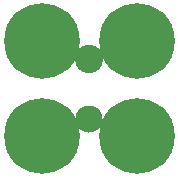
<source format=gts>
G04 #@! TF.FileFunction,Soldermask,Top*
%FSLAX46Y46*%
G04 Gerber Fmt 4.6, Leading zero omitted, Abs format (unit mm)*
G04 Created by KiCad (PCBNEW 4.0.1-3.201512221402+6198~38~ubuntu14.04.1-stable) date Tue 01 Mar 2016 01:38:21 PM PST*
%MOMM*%
G01*
G04 APERTURE LIST*
%ADD10C,0.100000*%
%ADD11C,2.400000*%
%ADD12C,2.300000*%
%ADD13C,6.400000*%
G04 APERTURE END LIST*
D10*
D11*
X131500000Y-86960000D03*
D12*
X131500000Y-92040000D03*
D13*
X127500000Y-93500000D03*
X127500000Y-85500000D03*
X135500000Y-85500000D03*
X135500000Y-93500000D03*
M02*

</source>
